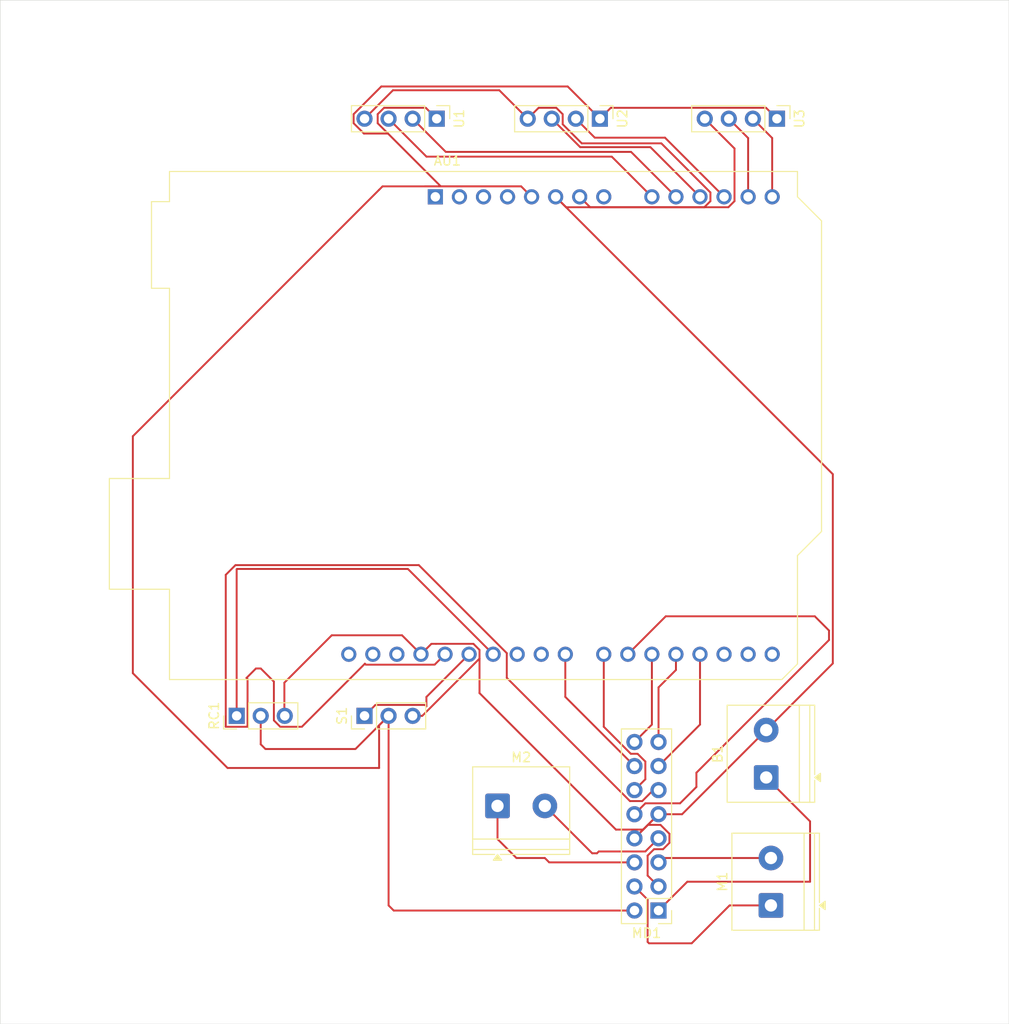
<source format=kicad_pcb>
(kicad_pcb (version 20241229) (generator "pcbnew") (generator_version "9.0")
  (title_block (title "SPIDER") (date "2026-01-09"))
  (layers (0 "F.Cu" signal) (2 "B.Cu" signal) (13 "F.Paste" user) (15 "B.Paste" user) (5 "F.SilkS" user "F.Silkscreen") (7 "B.SilkS" user "B.Silkscreen") (1 "F.Mask" user) (3 "B.Mask" user) (25 "Edge.Cuts" user))
  (net 0 "")
  (net 1 "GND")
  (net 4 "AIN2")
  (net 5 "AIN1")
  (net 7 "IR_DATA")
  (net 9 "BIN1")
  (net 13 "PWMA")
  (net 14 "V_BATT")
  (net 18 "BIN2")
  (net 19 "PWMB")
  (net 21 "MSTBY")
  (net 24 "SERVO_PWM")
  (net 25 "+5V")
  (net 26 "TRIG1")
  (net 27 "ECHO1")
  (net 28 "ECHO2")
  (net 29 "TRIG2")
  (net 30 "TRIG3")
  (net 31 "ECHO3")
  (net 32 "Net-(M1-Pin_1)")
  (net 33 "Net-(M1-Pin_2)")
  (net 34 "Net-(M2-Pin_2)")
  (net 35 "Net-(M2-Pin_1)")
  (footprint "TerminalBlock_Phoenix:TerminalBlock_Phoenix_PT-1,5-2-5.0-H_1x02_P5.00mm_Horizontal" (layer "F.Cu") (at 155.8675 118 90)
    (property "Reference" "B1" (at 2.5 -5.12 90) (layer "F.SilkS"))
    (property "Value" "Battery")
    (fp_line (start 7.62 -4.12) (end 7.62 5.12) (stroke (width 0.12)) (layer "F.SilkS"))
    (fp_line (start -2.62 -4.12) (end 7.62 -4.12) (stroke (width 0.12)) (layer "F.SilkS"))
    (fp_line (start -2.62 3.5) (end 7.62 3.5) (stroke (width 0.12)) (layer "F.SilkS"))
    (fp_line (start -2.62 4.6) (end 7.62 4.6) (stroke (width 0.12)) (layer "F.SilkS"))
    (fp_line (start 7.62 5.12) (end 0.3 5.12) (stroke (width 0.12)) (layer "F.SilkS"))
    (fp_line (start -0.3 5.12) (end -2.62 5.12) (stroke (width 0.12)) (layer "F.SilkS"))
    (fp_line (start -2.62 5.12) (end -2.62 -4.12) (stroke (width 0.12)) (layer "F.SilkS"))
    (fp_poly (pts (xy 0 5.12) (xy 0.44 5.73) (xy -0.44 5.73)) (stroke (width 0.12)) (fill yes) (layer "F.SilkS"))
    (pad "1" thru_hole roundrect (at 0 0 90) (size 2.6 2.6) (drill 1.3) (layers "*.Cu" "*.Mask") (roundrect_rratio 0.096154) (net 14 "V_BATT"))
    (pad "2" thru_hole circle (at 5 0 90) (size 2.6 2.6) (drill 1.3) (layers "*.Cu" "*.Mask") (net 1 "GND"))
  )
  (footprint "Connector_PinHeader_2.54mm:PinHeader_1x03_P2.54mm_Vertical" (layer "F.Cu") (at 99.96 111.5 90)
    (property "Reference" "RC1" (at 0 -2.38 90) (layer "F.SilkS"))
    (property "Value" "Remote Controller")
    (fp_line (start -1.38 -1.38) (end 0 -1.38) (stroke (width 0.12)) (layer "F.SilkS"))
    (fp_line (start -1.38 0) (end -1.38 -1.38) (stroke (width 0.12)) (layer "F.SilkS"))
    (fp_line (start 1.38 1.27) (end 1.38 6.46) (stroke (width 0.12)) (layer "F.SilkS"))
    (fp_line (start -1.38 1.27) (end 1.38 1.27) (stroke (width 0.12)) (layer "F.SilkS"))
    (fp_line (start -1.38 1.27) (end -1.38 6.46) (stroke (width 0.12)) (layer "F.SilkS"))
    (fp_line (start -1.38 6.46) (end 1.38 6.46) (stroke (width 0.12)) (layer "F.SilkS"))
    (pad "1" thru_hole rect (at 0 0 90) (size 1.7 1.7) (drill 1) (layers "*.Cu" "*.Mask") (net 7 "IR_DATA"))
    (pad "2" thru_hole circle (at 0 2.54 90) (size 1.7 1.7) (drill 1) (layers "*.Cu" "*.Mask") (net 25 "+5V"))
    (pad "3" thru_hole circle (at 0 5.08 90) (size 1.7 1.7) (drill 1) (layers "*.Cu" "*.Mask") (net 1 "GND"))
  )
  (footprint "TerminalBlock_Phoenix:TerminalBlock_Phoenix_PT-1,5-2-5.0-H_1x02_P5.00mm_Horizontal" (layer "F.Cu") (at 127.5 121)
    (property "Reference" "M2" (at 2.5 -5.12 0) (layer "F.SilkS"))
    (property "Value" "Motor")
    (fp_line (start -2.62 -4.12) (end 7.62 -4.12) (stroke (width 0.12)) (layer "F.SilkS"))
    (fp_line (start -2.62 3.5) (end 7.62 3.5) (stroke (width 0.12)) (layer "F.SilkS"))
    (fp_line (start -2.62 4.6) (end 7.62 4.6) (stroke (width 0.12)) (layer "F.SilkS"))
    (fp_line (start -2.62 5.12) (end -2.62 -4.12) (stroke (width 0.12)) (layer "F.SilkS"))
    (fp_line (start -0.3 5.12) (end -2.62 5.12) (stroke (width 0.12)) (layer "F.SilkS"))
    (fp_line (start 7.62 -4.12) (end 7.62 5.12) (stroke (width 0.12)) (layer "F.SilkS"))
    (fp_line (start 7.62 5.12) (end 0.3 5.12) (stroke (width 0.12)) (layer "F.SilkS"))
    (fp_poly (pts (xy 0 5.12) (xy 0.44 5.73) (xy -0.44 5.73)) (stroke (width 0.12)) (fill yes) (layer "F.SilkS"))
    (pad "1" thru_hole roundrect (at 0 0) (size 2.6 2.6) (drill 1.3) (layers "*.Cu" "*.Mask") (roundrect_rratio 0.096154) (net 35 "Net-(M2-Pin_1)"))
    (pad "2" thru_hole circle (at 5 0) (size 2.6 2.6) (drill 1.3) (layers "*.Cu" "*.Mask") (net 34 "Net-(M2-Pin_2)"))
  )
  (footprint "Connector_PinHeader_2.54mm:PinHeader_1x04_P2.54mm_Vertical" (layer "F.Cu") (at 138.31 48.5 -90)
    (property "Reference" "U2" (at 0 -2.38 90) (layer "F.SilkS"))
    (property "Value" "Ultrasonic Sensor (HC-SR04)")
    (fp_line (start -1.38 9) (end 1.38 9) (stroke (width 0.12)) (layer "F.SilkS"))
    (fp_line (start -1.38 1.27) (end -1.38 9) (stroke (width 0.12)) (layer "F.SilkS"))
    (fp_line (start -1.38 1.27) (end 1.38 1.27) (stroke (width 0.12)) (layer "F.SilkS"))
    (fp_line (start 1.38 1.27) (end 1.38 9) (stroke (width 0.12)) (layer "F.SilkS"))
    (fp_line (start -1.38 0) (end -1.38 -1.38) (stroke (width 0.12)) (layer "F.SilkS"))
    (fp_line (start -1.38 -1.38) (end 0 -1.38) (stroke (width 0.12)) (layer "F.SilkS"))
    (pad "1" thru_hole rect (at 0 0 270) (size 1.7 1.7) (drill 1) (layers "*.Cu" "*.Mask") (net 25 "+5V"))
    (pad "2" thru_hole circle (at 0 2.54 270) (size 1.7 1.7) (drill 1) (layers "*.Cu" "*.Mask") (net 29 "TRIG2"))
    (pad "3" thru_hole circle (at 0 5.08 270) (size 1.7 1.7) (drill 1) (layers "*.Cu" "*.Mask") (net 28 "ECHO2"))
    (pad "4" thru_hole circle (at 0 7.62 270) (size 1.7 1.7) (drill 1) (layers "*.Cu" "*.Mask") (net 1 "GND"))
  )
  (footprint "TerminalBlock_Phoenix:TerminalBlock_Phoenix_PT-1,5-2-5.0-H_1x02_P5.00mm_Horizontal" (layer "F.Cu") (at 156.3675 131.5 90)
    (property "Reference" "M1" (at 2.5 -5.12 90) (layer "F.SilkS"))
    (property "Value" "Motor")
    (fp_line (start 7.62 -4.12) (end 7.62 5.12) (stroke (width 0.12)) (layer "F.SilkS"))
    (fp_line (start -2.62 -4.12) (end 7.62 -4.12) (stroke (width 0.12)) (layer "F.SilkS"))
    (fp_line (start -2.62 3.5) (end 7.62 3.5) (stroke (width 0.12)) (layer "F.SilkS"))
    (fp_line (start -2.62 4.6) (end 7.62 4.6) (stroke (width 0.12)) (layer "F.SilkS"))
    (fp_line (start 7.62 5.12) (end 0.3 5.12) (stroke (width 0.12)) (layer "F.SilkS"))
    (fp_line (start -0.3 5.12) (end -2.62 5.12) (stroke (width 0.12)) (layer "F.SilkS"))
    (fp_line (start -2.62 5.12) (end -2.62 -4.12) (stroke (width 0.12)) (layer "F.SilkS"))
    (fp_poly (pts (xy 0 5.12) (xy 0.44 5.73) (xy -0.44 5.73)) (stroke (width 0.12)) (fill yes) (layer "F.SilkS"))
    (pad "1" thru_hole roundrect (at 0 0 90) (size 2.6 2.6) (drill 1.3) (layers "*.Cu" "*.Mask") (roundrect_rratio 0.096154) (net 32 "Net-(M1-Pin_1)"))
    (pad "2" thru_hole circle (at 5 0 90) (size 2.6 2.6) (drill 1.3) (layers "*.Cu" "*.Mask") (net 33 "Net-(M1-Pin_2)"))
  )
  (footprint "Module:Arduino_UNO_R3" (layer "F.Cu") (at 120.94 56.74)
    (property "Reference" "AU1" (at 1.27 -3.81 180) (layer "F.SilkS"))
    (property "Value" "Arduino_UNO_R3")
    (fp_line (start -34.42 29.72) (end -34.42 41.4) (stroke (width 0.12)) (layer "F.SilkS"))
    (fp_line (start -34.42 41.4) (end -28.07 41.4) (stroke (width 0.12)) (layer "F.SilkS"))
    (fp_line (start -29.97 0.51) (end -29.97 9.65) (stroke (width 0.12)) (layer "F.SilkS"))
    (fp_line (start -29.97 9.65) (end -28.07 9.65) (stroke (width 0.12)) (layer "F.SilkS"))
    (fp_line (start -28.07 -2.67) (end -28.07 0.51) (stroke (width 0.12)) (layer "F.SilkS"))
    (fp_line (start -28.07 0.51) (end -29.97 0.51) (stroke (width 0.12)) (layer "F.SilkS"))
    (fp_line (start -28.07 9.65) (end -28.07 29.72) (stroke (width 0.12)) (layer "F.SilkS"))
    (fp_line (start -28.07 29.72) (end -34.42 29.72) (stroke (width 0.12)) (layer "F.SilkS"))
    (fp_line (start -28.07 41.4) (end -28.07 50.93) (stroke (width 0.12)) (layer "F.SilkS"))
    (fp_line (start -28.07 50.93) (end 36.58 50.93) (stroke (width 0.12)) (layer "F.SilkS"))
    (fp_line (start 36.58 50.93) (end 38.23 49.28) (stroke (width 0.12)) (layer "F.SilkS"))
    (fp_line (start 38.23 -2.67) (end -28.07 -2.67) (stroke (width 0.12)) (layer "F.SilkS"))
    (fp_line (start 38.23 0) (end 38.23 -2.67) (stroke (width 0.12)) (layer "F.SilkS"))
    (fp_line (start 38.23 37.85) (end 40.77 35.31) (stroke (width 0.12)) (layer "F.SilkS"))
    (fp_line (start 38.23 49.28) (end 38.23 37.85) (stroke (width 0.12)) (layer "F.SilkS"))
    (fp_line (start 40.77 2.54) (end 38.23 0) (stroke (width 0.12)) (layer "F.SilkS"))
    (fp_line (start 40.77 35.31) (end 40.77 2.54) (stroke (width 0.12)) (layer "F.SilkS"))
    (pad "1" thru_hole rect (at 0 0 90) (size 1.6 1.6) (drill 1) (layers "*.Cu" "*.Mask"))
    (pad "2" thru_hole oval (at 2.54 0 90) (size 1.6 1.6) (drill 1) (layers "*.Cu" "*.Mask"))
    (pad "3" thru_hole oval (at 5.08 0 90) (size 1.6 1.6) (drill 1) (layers "*.Cu" "*.Mask"))
    (pad "4" thru_hole oval (at 7.62 0 90) (size 1.6 1.6) (drill 1) (layers "*.Cu" "*.Mask"))
    (pad "5" thru_hole oval (at 10.16 0 90) (size 1.6 1.6) (drill 1) (layers "*.Cu" "*.Mask") (net 25 "+5V"))
    (pad "6" thru_hole oval (at 12.7 0 90) (size 1.6 1.6) (drill 1) (layers "*.Cu" "*.Mask") (net 1 "GND"))
    (pad "7" thru_hole oval (at 15.24 0 90) (size 1.6 1.6) (drill 1) (layers "*.Cu" "*.Mask") (net 1 "GND"))
    (pad "8" thru_hole oval (at 17.78 0 90) (size 1.6 1.6) (drill 1) (layers "*.Cu" "*.Mask"))
    (pad "9" thru_hole oval (at 22.86 0 90) (size 1.6 1.6) (drill 1) (layers "*.Cu" "*.Mask") (net 27 "ECHO1"))
    (pad "10" thru_hole oval (at 25.4 0 90) (size 1.6 1.6) (drill 1) (layers "*.Cu" "*.Mask") (net 26 "TRIG1"))
    (pad "11" thru_hole oval (at 27.94 0 90) (size 1.6 1.6) (drill 1) (layers "*.Cu" "*.Mask") (net 28 "ECHO2"))
    (pad "12" thru_hole oval (at 30.48 0 90) (size 1.6 1.6) (drill 1) (layers "*.Cu" "*.Mask") (net 29 "TRIG2"))
    (pad "13" thru_hole oval (at 33.02 0 90) (size 1.6 1.6) (drill 1) (layers "*.Cu" "*.Mask") (net 31 "ECHO3"))
    (pad "14" thru_hole oval (at 35.56 0 90) (size 1.6 1.6) (drill 1) (layers "*.Cu" "*.Mask") (net 30 "TRIG3"))
    (pad "15" thru_hole oval (at 35.56 48.26 90) (size 1.6 1.6) (drill 1) (layers "*.Cu" "*.Mask"))
    (pad "16" thru_hole oval (at 33.02 48.26 90) (size 1.6 1.6) (drill 1) (layers "*.Cu" "*.Mask"))
    (pad "17" thru_hole oval (at 30.48 48.26 90) (size 1.6 1.6) (drill 1) (layers "*.Cu" "*.Mask"))
    (pad "18" thru_hole oval (at 27.94 48.26 90) (size 1.6 1.6) (drill 1) (layers "*.Cu" "*.Mask") (net 9 "BIN1"))
    (pad "19" thru_hole oval (at 25.4 48.26 90) (size 1.6 1.6) (drill 1) (layers "*.Cu" "*.Mask") (net 4 "AIN2"))
    (pad "20" thru_hole oval (at 22.86 48.26 90) (size 1.6 1.6) (drill 1) (layers "*.Cu" "*.Mask") (net 13 "PWMA"))
    (pad "21" thru_hole oval (at 20.32 48.26 90) (size 1.6 1.6) (drill 1) (layers "*.Cu" "*.Mask") (net 19 "PWMB"))
    (pad "22" thru_hole oval (at 17.78 48.26 90) (size 1.6 1.6) (drill 1) (layers "*.Cu" "*.Mask") (net 21 "MSTBY"))
    (pad "23" thru_hole oval (at 13.72 48.26 90) (size 1.6 1.6) (drill 1) (layers "*.Cu" "*.Mask") (net 5 "AIN1"))
    (pad "24" thru_hole oval (at 11.18 48.26 90) (size 1.6 1.6) (drill 1) (layers "*.Cu" "*.Mask"))
    (pad "25" thru_hole oval (at 8.64 48.26 90) (size 1.6 1.6) (drill 1) (layers "*.Cu" "*.Mask"))
    (pad "26" thru_hole oval (at 6.1 48.26 90) (size 1.6 1.6) (drill 1) (layers "*.Cu" "*.Mask") (net 7 "IR_DATA"))
    (pad "27" thru_hole oval (at 3.56 48.26 90) (size 1.6 1.6) (drill 1) (layers "*.Cu" "*.Mask") (net 24 "SERVO_PWM"))
    (pad "28" thru_hole oval (at 1.02 48.26 90) (size 1.6 1.6) (drill 1) (layers "*.Cu" "*.Mask") (net 18 "BIN2"))
    (pad "29" thru_hole oval (at -1.52 48.26 90) (size 1.6 1.6) (drill 1) (layers "*.Cu" "*.Mask") (net 1 "GND"))
    (pad "30" thru_hole oval (at -4.06 48.26 90) (size 1.6 1.6) (drill 1) (layers "*.Cu" "*.Mask"))
    (pad "31" thru_hole oval (at -6.6 48.26 90) (size 1.6 1.6) (drill 1) (layers "*.Cu" "*.Mask"))
    (pad "32" thru_hole oval (at -9.14 48.26 90) (size 1.6 1.6) (drill 1) (layers "*.Cu" "*.Mask"))
  )
  (footprint "Connector_PinHeader_2.54mm:PinHeader_1x03_P2.54mm_Vertical" (layer "F.Cu") (at 113.46 111.5 90)
    (property "Reference" "S1" (at 0 -2.38 90) (layer "F.SilkS"))
    (property "Value" "Servomotor")
    (fp_line (start -1.38 -1.38) (end 0 -1.38) (stroke (width 0.12)) (layer "F.SilkS"))
    (fp_line (start -1.38 0) (end -1.38 -1.38) (stroke (width 0.12)) (layer "F.SilkS"))
    (fp_line (start 1.38 1.27) (end 1.38 6.46) (stroke (width 0.12)) (layer "F.SilkS"))
    (fp_line (start -1.38 1.27) (end 1.38 1.27) (stroke (width 0.12)) (layer "F.SilkS"))
    (fp_line (start -1.38 1.27) (end -1.38 6.46) (stroke (width 0.12)) (layer "F.SilkS"))
    (fp_line (start -1.38 6.46) (end 1.38 6.46) (stroke (width 0.12)) (layer "F.SilkS"))
    (pad "1" thru_hole rect (at 0 0 90) (size 1.7 1.7) (drill 1) (layers "*.Cu" "*.Mask") (net 24 "SERVO_PWM"))
    (pad "2" thru_hole circle (at 0 2.54 90) (size 1.7 1.7) (drill 1) (layers "*.Cu" "*.Mask") (net 25 "+5V"))
    (pad "3" thru_hole circle (at 0 5.08 90) (size 1.7 1.7) (drill 1) (layers "*.Cu" "*.Mask") (net 1 "GND"))
  )
  (footprint "Connector_PinHeader_2.54mm:PinHeader_2x08_P2.54mm_Vertical" (layer "F.Cu") (at 144.5 132.04 180)
    (property "Reference" "MD1" (at 1.27 -2.38 0) (layer "F.SilkS"))
    (property "Value" "Motor Driver (TB6612FNG)")
    (fp_line (start 3.92 -1.38) (end 3.92 19.16) (stroke (width 0.12)) (layer "F.SilkS"))
    (fp_line (start 1.27 1.27) (end 1.27 -1.38) (stroke (width 0.12)) (layer "F.SilkS"))
    (fp_line (start 1.27 -1.38) (end 3.92 -1.38) (stroke (width 0.12)) (layer "F.SilkS"))
    (fp_line (start -1.38 19.16) (end 3.92 19.16) (stroke (width 0.12)) (layer "F.SilkS"))
    (fp_line (start -1.38 1.27) (end 1.27 1.27) (stroke (width 0.12)) (layer "F.SilkS"))
    (fp_line (start -1.38 1.27) (end -1.38 19.16) (stroke (width 0.12)) (layer "F.SilkS"))
    (fp_line (start -1.38 0) (end -1.38 -1.38) (stroke (width 0.12)) (layer "F.SilkS"))
    (fp_line (start -1.38 -1.38) (end 0 -1.38) (stroke (width 0.12)) (layer "F.SilkS"))
    (pad "1" thru_hole rect (at 0 0 180) (size 1.7 1.7) (drill 1) (layers "*.Cu" "*.Mask") (net 14 "V_BATT"))
    (pad "2" thru_hole circle (at 2.54 0 180) (size 1.7 1.7) (drill 1) (layers "*.Cu" "*.Mask") (net 25 "+5V"))
    (pad "3" thru_hole circle (at 0 2.54 180) (size 1.7 1.7) (drill 1) (layers "*.Cu" "*.Mask") (net 1 "GND"))
    (pad "4" thru_hole circle (at 2.54 2.54 180) (size 1.7 1.7) (drill 1) (layers "*.Cu" "*.Mask") (net 32 "Net-(M1-Pin_1)"))
    (pad "5" thru_hole circle (at 0 5.08 180) (size 1.7 1.7) (drill 1) (layers "*.Cu" "*.Mask") (net 33 "Net-(M1-Pin_2)"))
    (pad "6" thru_hole circle (at 2.54 5.08 180) (size 1.7 1.7) (drill 1) (layers "*.Cu" "*.Mask") (net 35 "Net-(M2-Pin_1)"))
    (pad "7" thru_hole circle (at 0 7.62 180) (size 1.7 1.7) (drill 1) (layers "*.Cu" "*.Mask") (net 34 "Net-(M2-Pin_2)"))
    (pad "8" thru_hole circle (at 2.54 7.62 180) (size 1.7 1.7) (drill 1) (layers "*.Cu" "*.Mask") (net 1 "GND"))
    (pad "9" thru_hole circle (at 0 10.16 180) (size 1.7 1.7) (drill 1) (layers "*.Cu" "*.Mask") (net 1 "GND"))
    (pad "10" thru_hole circle (at 2.54 10.16 180) (size 1.7 1.7) (drill 1) (layers "*.Cu" "*.Mask") (net 19 "PWMB"))
    (pad "11" thru_hole circle (at 0 12.7 180) (size 1.7 1.7) (drill 1) (layers "*.Cu" "*.Mask") (net 18 "BIN2"))
    (pad "12" thru_hole circle (at 2.54 12.7 180) (size 1.7 1.7) (drill 1) (layers "*.Cu" "*.Mask") (net 21 "MSTBY"))
    (pad "13" thru_hole circle (at 0 15.24 180) (size 1.7 1.7) (drill 1) (layers "*.Cu" "*.Mask") (net 9 "BIN1"))
    (pad "14" thru_hole circle (at 2.54 15.24 180) (size 1.7 1.7) (drill 1) (layers "*.Cu" "*.Mask") (net 5 "AIN1"))
    (pad "15" thru_hole circle (at 0 17.78 180) (size 1.7 1.7) (drill 1) (layers "*.Cu" "*.Mask") (net 4 "AIN2"))
    (pad "16" thru_hole circle (at 2.54 17.78 180) (size 1.7 1.7) (drill 1) (layers "*.Cu" "*.Mask") (net 13 "PWMA"))
  )
  (footprint "Connector_PinHeader_2.54mm:PinHeader_1x04_P2.54mm_Vertical" (layer "F.Cu") (at 157 48.5 -90)
    (property "Reference" "U3" (at 0 -2.38 90) (layer "F.SilkS"))
    (property "Value" "Ultrasonic Sensor (HC-SR04)")
    (fp_line (start -1.38 9) (end 1.38 9) (stroke (width 0.12)) (layer "F.SilkS"))
    (fp_line (start -1.38 1.27) (end -1.38 9) (stroke (width 0.12)) (layer "F.SilkS"))
    (fp_line (start -1.38 1.27) (end 1.38 1.27) (stroke (width 0.12)) (layer "F.SilkS"))
    (fp_line (start 1.38 1.27) (end 1.38 9) (stroke (width 0.12)) (layer "F.SilkS"))
    (fp_line (start -1.38 0) (end -1.38 -1.38) (stroke (width 0.12)) (layer "F.SilkS"))
    (fp_line (start -1.38 -1.38) (end 0 -1.38) (stroke (width 0.12)) (layer "F.SilkS"))
    (pad "1" thru_hole rect (at 0 0 270) (size 1.7 1.7) (drill 1) (layers "*.Cu" "*.Mask") (net 25 "+5V"))
    (pad "2" thru_hole circle (at 0 2.54 270) (size 1.7 1.7) (drill 1) (layers "*.Cu" "*.Mask") (net 30 "TRIG3"))
    (pad "3" thru_hole circle (at 0 5.08 270) (size 1.7 1.7) (drill 1) (layers "*.Cu" "*.Mask") (net 31 "ECHO3"))
    (pad "4" thru_hole circle (at 0 7.62 270) (size 1.7 1.7) (drill 1) (layers "*.Cu" "*.Mask") (net 1 "GND"))
  )
  (footprint "Connector_PinHeader_2.54mm:PinHeader_1x04_P2.54mm_Vertical" (layer "F.Cu") (at 121.08 48.5 -90)
    (property "Reference" "U1" (at 0 -2.38 90) (layer "F.SilkS"))
    (property "Value" "Ultrasonic Sensor (HC-SR04)")
    (fp_line (start -1.38 9) (end 1.38 9) (stroke (width 0.12)) (layer "F.SilkS"))
    (fp_line (start -1.38 1.27) (end -1.38 9) (stroke (width 0.12)) (layer "F.SilkS"))
    (fp_line (start -1.38 1.27) (end 1.38 1.27) (stroke (width 0.12)) (layer "F.SilkS"))
    (fp_line (start 1.38 1.27) (end 1.38 9) (stroke (width 0.12)) (layer "F.SilkS"))
    (fp_line (start -1.38 0) (end -1.38 -1.38) (stroke (width 0.12)) (layer "F.SilkS"))
    (fp_line (start -1.38 -1.38) (end 0 -1.38) (stroke (width 0.12)) (layer "F.SilkS"))
    (pad "1" thru_hole rect (at 0 0 270) (size 1.7 1.7) (drill 1) (layers "*.Cu" "*.Mask") (net 25 "+5V"))
    (pad "2" thru_hole circle (at 0 2.54 270) (size 1.7 1.7) (drill 1) (layers "*.Cu" "*.Mask") (net 26 "TRIG1"))
    (pad "3" thru_hole circle (at 0 5.08 270) (size 1.7 1.7) (drill 1) (layers "*.Cu" "*.Mask") (net 27 "ECHO1"))
    (pad "4" thru_hole circle (at 0 7.62 270) (size 1.7 1.7) (drill 1) (layers "*.Cu" "*.Mask") (net 1 "GND"))
  )
  (gr_rect (start 75 36) (end 181.5 144) (stroke (width 0.05)) (fill no) (layer "Edge.Cuts"))
  (segment (start 144.5 121.88) (end 142.88 123.5) (width 0.2) (layer "F.Cu") (net 1))
  (segment (start 130.69 48.5) (end 131.841 47.349) (width 0.2) (layer "F.Cu") (net 1))
  (segment (start 105 111.46) (end 105 108) (width 0.2) (layer "F.Cu") (net 1))
  (segment (start 116.46 45.5) (end 127.69 45.5) (width 0.2) (layer "F.Cu") (net 1))
  (segment (start 143.349 128.349) (end 143.349 126.24524) (width 0.2) (layer "F.Cu") (net 1))
  (segment (start 162.901 105.9665) (end 162.901 86.001) (width 0.2) (layer "F.Cu") (net 1))
  (segment (start 149.38 48.5) (end 152.521 51.641) (width 0.2) (layer "F.Cu") (net 1))
  (segment (start 127.69 45.5) (end 130.69 48.5) (width 0.2) (layer "F.Cu") (net 1))
  (segment (start 136.3961 51.099) (end 144.79605 51.099) (width 0.2) (layer "F.Cu") (net 1))
  (segment (start 144.5 129.5) (end 143.349 128.349) (width 0.2) (layer "F.Cu") (net 1))
  (segment (start 144.79605 51.099) (end 149.981 56.28395) (width 0.2) (layer "F.Cu") (net 1))
  (segment (start 117.42 103) (end 119.42 105) (width 0.2) (layer "F.Cu") (net 1))
  (segment (start 110 103) (end 117.42 103) (width 0.2) (layer "F.Cu") (net 1))
  (segment (start 143.38 123) (end 141.96 124.42) (width 0.2) (layer "F.Cu") (net 1))
  (segment (start 141.96 124.42) (end 144.5 121.88) (width 0.2) (layer "F.Cu") (net 1))
  (segment (start 149.33605 57.841) (end 134.741 57.841) (width 0.2) (layer "F.Cu") (net 1))
  (segment (start 121 103.899) (end 120.521 103.899) (width 0.2) (layer "F.Cu") (net 1))
  (segment (start 152.521 51.641) (end 152.521 57.19605) (width 0.2) (layer "F.Cu") (net 1))
  (segment (start 152.521 57.19605) (end 151.87605 57.841) (width 0.2) (layer "F.Cu") (net 1))
  (segment (start 113.46 48.5) (end 116.46 45.5) (width 0.2) (layer "F.Cu") (net 1))
  (segment (start 162.901 86.001) (end 133.64 56.74) (width 0.2) (layer "F.Cu") (net 1))
  (segment (start 118.54 111.5) (end 119.55705 111.5) (width 0.2) (layer "F.Cu") (net 1))
  (segment (start 145.651 124.89676) (end 145.651 123.94324) (width 0.2) (layer "F.Cu") (net 1))
  (segment (start 143.349 126.24524) (end 144.02324 125.571) (width 0.2) (layer "F.Cu") (net 1))
  (segment (start 105 108) (end 110 103) (width 0.2) (layer "F.Cu") (net 1))
  (segment (start 134.381 49.0839) (end 136.3961 51.099) (width 0.2) (layer "F.Cu") (net 1))
  (segment (start 144.97676 125.571) (end 145.651 124.89676) (width 0.2) (layer "F.Cu") (net 1))
  (segment (start 149.981 56.28395) (end 149.981 57.19605) (width 0.2) (layer "F.Cu") (net 1))
  (segment (start 151.87605 57.841) (end 137.281 57.841) (width 0.2) (layer "F.Cu") (net 1))
  (segment (start 137.281 57.841) (end 136.18 56.74) (width 0.2) (layer "F.Cu") (net 1))
  (segment (start 131.841 47.349) (end 133.70676 47.349) (width 0.2) (layer "F.Cu") (net 1))
  (segment (start 105.04 111.5) (end 105 111.46) (width 0.2) (layer "F.Cu") (net 1))
  (segment (start 144.70776 123) (end 143.38 123) (width 0.2) (layer "F.Cu") (net 1))
  (segment (start 119.55705 111.5) (end 125.601 105.45605) (width 0.2) (layer "F.Cu") (net 1))
  (segment (start 124.95605 103.899) (end 121 103.899) (width 0.2) (layer "F.Cu") (net 1))
  (segment (start 155.8675 113) (end 162.901 105.9665) (width 0.2) (layer "F.Cu") (net 1))
  (segment (start 125.601 109.101) (end 125.601 105.45605) (width 0.2) (layer "F.Cu") (net 1))
  (segment (start 125.601 104.54395) (end 124.95605 103.899) (width 0.2) (layer "F.Cu") (net 1))
  (segment (start 134.381 48.02324) (end 134.381 49.0839) (width 0.2) (layer "F.Cu") (net 1))
  (segment (start 119.42 105) (end 120.521 103.899) (width 0.2) (layer "F.Cu") (net 1))
  (segment (start 149.981 57.19605) (end 149.33605 57.841) (width 0.2) (layer "F.Cu") (net 1))
  (segment (start 145.651 123.94324) (end 144.70776 123) (width 0.2) (layer "F.Cu") (net 1))
  (segment (start 144.5 121.88) (end 146.9875 121.88) (width 0.2) (layer "F.Cu") (net 1))
  (segment (start 142.88 123.5) (end 140 123.5) (width 0.2) (layer "F.Cu") (net 1))
  (segment (start 144.02324 125.571) (end 144.97676 125.571) (width 0.2) (layer "F.Cu") (net 1))
  (segment (start 140 123.5) (end 125.601 109.101) (width 0.2) (layer "F.Cu") (net 1))
  (segment (start 146.9875 121.88) (end 155.8675 113) (width 0.2) (layer "F.Cu") (net 1))
  (segment (start 144.5 121.88) (end 144.88 121.88) (width 0.2) (layer "F.Cu") (net 1))
  (segment (start 134.741 57.841) (end 133.64 56.74) (width 0.2) (layer "F.Cu") (net 1))
  (segment (start 125.601 105.45605) (end 125.601 104.54395) (width 0.2) (layer "F.Cu") (net 1))
  (segment (start 133.70676 47.349) (end 134.381 48.02324) (width 0.2) (layer "F.Cu") (net 1))
  (segment (start 144.5 114.26) (end 144.5 108.5) (width 0.2) (layer "F.Cu") (net 4))
  (segment (start 144.5 108.5) (end 146.34 106.66) (width 0.2) (layer "F.Cu") (net 4))
  (segment (start 146.34 106.66) (end 146.34 105) (width 0.2) (layer "F.Cu") (net 4))
  (segment (start 134.66 109.5) (end 134.66 105) (width 0.2) (layer "F.Cu") (net 5))
  (segment (start 141.96 116.8) (end 134.66 109.5) (width 0.2) (layer "F.Cu") (net 5))
  (segment (start 99.96 96.04) (end 100 96) (width 0.2) (layer "F.Cu") (net 7))
  (segment (start 100 96) (end 118.04 96) (width 0.2) (layer "F.Cu") (net 7))
  (segment (start 99.96 111.5) (end 99.96 96.04) (width 0.2) (layer "F.Cu") (net 7))
  (segment (start 118.04 96) (end 127.04 105) (width 0.2) (layer "F.Cu") (net 7))
  (segment (start 148.88 112.42) (end 148.88 105) (width 0.2) (layer "F.Cu") (net 9))
  (segment (start 144.5 116.8) (end 148.88 112.42) (width 0.2) (layer "F.Cu") (net 9))
  (segment (start 141.96 114.26) (end 143.8 112.42) (width 0.2) (layer "F.Cu") (net 13))
  (segment (start 143.8 112.42) (end 143.8 105) (width 0.2) (layer "F.Cu") (net 13))
  (segment (start 160.5 129) (end 160.5 122.6325) (width 0.2) (layer "F.Cu") (net 14))
  (segment (start 147.54 129) (end 160.5 129) (width 0.2) (layer "F.Cu") (net 14))
  (segment (start 144.5 132.04) (end 147.54 129) (width 0.2) (layer "F.Cu") (net 14))
  (segment (start 160.5 122.6325) (end 155.8675 118) (width 0.2) (layer "F.Cu") (net 14))
  (segment (start 106.849 112.651) (end 113.5 106) (width 0.2) (layer "F.Cu") (net 18))
  (segment (start 104.56324 112.651) (end 106.849 112.651) (width 0.2) (layer "F.Cu") (net 18))
  (segment (start 98.809 96.6239) (end 98.809 112.651) (width 0.2) (layer "F.Cu") (net 18))
  (segment (start 144.5 119.34) (end 143.9329 119.34) (width 0.2) (layer "F.Cu") (net 18))
  (segment (start 102 106.5) (end 102.5 106.5) (width 0.2) (layer "F.Cu") (net 18))
  (segment (start 101.111 112.651) (end 101.111 112.5) (width 0.2) (layer "F.Cu") (net 18))
  (segment (start 128.479 104.88195) (end 119.19605 95.599) (width 0.2) (layer "F.Cu") (net 18))
  (segment (start 102.5 106.5) (end 103.889 107.889) (width 0.2) (layer "F.Cu") (net 18))
  (segment (start 103.889 107.889) (end 103.889 111.97676) (width 0.2) (layer "F.Cu") (net 18))
  (segment (start 143.9329 119.34) (end 142.7819 120.491) (width 0.2) (layer "F.Cu") (net 18))
  (segment (start 113.5 106) (end 113.601 106.101) (width 0.2) (layer "F.Cu") (net 18))
  (segment (start 103.889 111.97676) (end 104.56324 112.651) (width 0.2) (layer "F.Cu") (net 18))
  (segment (start 98.809 112.651) (end 101.111 112.651) (width 0.2) (layer "F.Cu") (net 18))
  (segment (start 101.111 112.5) (end 101.111 107.611) (width 0.2) (layer "F.Cu") (net 18))
  (segment (start 128.479 107.48676) (end 128.479 104.88195) (width 0.2) (layer "F.Cu") (net 18))
  (segment (start 120.859 106.101) (end 121.96 105) (width 0.2) (layer "F.Cu") (net 18))
  (segment (start 142.7819 120.491) (end 141.48324 120.491) (width 0.2) (layer "F.Cu") (net 18))
  (segment (start 101.111 107.611) (end 101 107.5) (width 0.2) (layer "F.Cu") (net 18))
  (segment (start 99.8339 95.599) (end 98.809 96.6239) (width 0.2) (layer "F.Cu") (net 18))
  (segment (start 113.601 106.101) (end 120.859 106.101) (width 0.2) (layer "F.Cu") (net 18))
  (segment (start 119.19605 95.599) (end 99.8339 95.599) (width 0.2) (layer "F.Cu") (net 18))
  (segment (start 141.48324 120.491) (end 128.479 107.48676) (width 0.2) (layer "F.Cu") (net 18))
  (segment (start 101 107.5) (end 102 106.5) (width 0.2) (layer "F.Cu") (net 18))
  (segment (start 146.771 120.729) (end 148.5 119) (width 0.2) (layer "F.Cu") (net 19))
  (segment (start 161 101) (end 145.26 101) (width 0.2) (layer "F.Cu") (net 19))
  (segment (start 145.26 101) (end 141.26 105) (width 0.2) (layer "F.Cu") (net 19))
  (segment (start 148.5 117.5) (end 162.5 103.5) (width 0.2) (layer "F.Cu") (net 19))
  (segment (start 162.5 102.5) (end 161 101) (width 0.2) (layer "F.Cu") (net 19))
  (segment (start 148.5 119) (end 148.5 117.5) (width 0.2) (layer "F.Cu") (net 19))
  (segment (start 143.111 120.729) (end 146.771 120.729) (width 0.2) (layer "F.Cu") (net 19))
  (segment (start 141.96 121.88) (end 143.111 120.729) (width 0.2) (layer "F.Cu") (net 19))
  (segment (start 162.5 103.5) (end 162.5 102.5) (width 0.2) (layer "F.Cu") (net 19))
  (segment (start 141.96 119.34) (end 143.111 118.189) (width 0.2) (layer "F.Cu") (net 21))
  (segment (start 138.72 112.64776) (end 138.72 105) (width 0.2) (layer "F.Cu") (net 21))
  (segment (start 142.28776 115.5) (end 141.57224 115.5) (width 0.2) (layer "F.Cu") (net 21))
  (segment (start 143.111 116.32324) (end 142.28776 115.5) (width 0.2) (layer "F.Cu") (net 21))
  (segment (start 143.111 118.189) (end 143.111 116.32324) (width 0.2) (layer "F.Cu") (net 21))
  (segment (start 141.57224 115.5) (end 138.72 112.64776) (width 0.2) (layer "F.Cu") (net 21))
  (segment (start 119.994975 110.494975) (end 119.994975 109.505025) (width 0.2) (layer "F.Cu") (net 24))
  (segment (start 113.46 111.5) (end 114.611 110.349) (width 0.2) (layer "F.Cu") (net 24))
  (segment (start 114.611 110.349) (end 119.849 110.349) (width 0.2) (layer "F.Cu") (net 24))
  (segment (start 124.5 105) (end 124.5 104.5) (width 0.2) (layer "F.Cu") (net 24))
  (segment (start 119.994975 109.505025) (end 124.5 105) (width 0.2) (layer "F.Cu") (net 24))
  (segment (start 119.849 110.349) (end 119.994975 110.494975) (width 0.2) (layer "F.Cu") (net 24))
  (segment (start 115.361 55.639) (end 129.999 55.639) (width 0.2) (layer "F.Cu") (net 25))
  (segment (start 115 112.5) (end 115 117) (width 0.2) (layer "F.Cu") (net 25))
  (segment (start 139.461 47.349) (end 155.849 47.349) (width 0.2) (layer "F.Cu") (net 25))
  (segment (start 113.39612 50.06388) (end 112.309 48.97676) (width 0.2) (layer "F.Cu") (net 25))
  (segment (start 112.309 48.02324) (end 115.23324 45.099) (width 0.2) (layer "F.Cu") (net 25))
  (segment (start 129.999 55.639) (end 131.1 56.74) (width 0.2) (layer "F.Cu") (net 25))
  (segment (start 119.839 55.639) (end 121.51124 55.639) (width 0.2) (layer "F.Cu") (net 25))
  (segment (start 112.309 48.97676) (end 112.309 48.02324) (width 0.2) (layer "F.Cu") (net 25))
  (segment (start 138.31 48.5) (end 139.461 47.349) (width 0.2) (layer "F.Cu") (net 25))
  (segment (start 121.08 48.5) (end 119.929 47.349) (width 0.2) (layer "F.Cu") (net 25))
  (segment (start 114.849 48.97676) (end 115.93612 50.06388) (width 0.2) (layer "F.Cu") (net 25))
  (segment (start 112.5 115) (end 116 111.5) (width 0.2) (layer "F.Cu") (net 25))
  (segment (start 155.849 47.349) (end 157 48.5) (width 0.2) (layer "F.Cu") (net 25))
  (segment (start 102.5 114.5) (end 103 115) (width 0.2) (layer "F.Cu") (net 25))
  (segment (start 115.52324 47.349) (end 114.849 48.02324) (width 0.2) (layer "F.Cu") (net 25))
  (segment (start 99 117) (end 89 107) (width 0.2) (layer "F.Cu") (net 25))
  (segment (start 89 82) (end 115 56) (width 0.2) (layer "F.Cu") (net 25))
  (segment (start 115.93612 50.06388) (end 113.39612 50.06388) (width 0.2) (layer "F.Cu") (net 25))
  (segment (start 116 111.5) (end 116 131.5) (width 0.2) (layer "F.Cu") (net 25))
  (segment (start 134.909 45.099) (end 138.31 48.5) (width 0.2) (layer "F.Cu") (net 25))
  (segment (start 116 111.5) (end 115 112.5) (width 0.2) (layer "F.Cu") (net 25))
  (segment (start 115 56) (end 115.361 55.639) (width 0.2) (layer "F.Cu") (net 25))
  (segment (start 116.54 132.04) (end 141.96 132.04) (width 0.2) (layer "F.Cu") (net 25))
  (segment (start 115.93612 50.06388) (end 121.51124 55.639) (width 0.2) (layer "F.Cu") (net 25))
  (segment (start 89 107) (end 89 82) (width 0.2) (layer "F.Cu") (net 25))
  (segment (start 115 117) (end 99 117) (width 0.2) (layer "F.Cu") (net 25))
  (segment (start 102.5 111.5) (end 102.5 114.5) (width 0.2) (layer "F.Cu") (net 25))
  (segment (start 116 131.5) (end 116.54 132.04) (width 0.2) (layer "F.Cu") (net 25))
  (segment (start 121.51124 55.639) (end 129.999 55.639) (width 0.2) (layer "F.Cu") (net 25))
  (segment (start 119.929 47.349) (end 115.52324 47.349) (width 0.2) (layer "F.Cu") (net 25))
  (segment (start 115.23324 45.099) (end 134.909 45.099) (width 0.2) (layer "F.Cu") (net 25))
  (segment (start 103 115) (end 112.5 115) (width 0.2) (layer "F.Cu") (net 25))
  (segment (start 114.849 48.02324) (end 114.849 48.97676) (width 0.2) (layer "F.Cu") (net 25))
  (segment (start 122.04 52) (end 141.6 52) (width 0.2) (layer "F.Cu") (net 26))
  (segment (start 141.6 52) (end 146.34 56.74) (width 0.2) (layer "F.Cu") (net 26))
  (segment (start 118.54 48.5) (end 122.04 52) (width 0.2) (layer "F.Cu") (net 26))
  (segment (start 116 48.5) (end 120 52.5) (width 0.2) (layer "F.Cu") (net 27))
  (segment (start 120 52.5) (end 139.56 52.5) (width 0.2) (layer "F.Cu") (net 27))
  (segment (start 139.56 52.5) (end 143.8 56.74) (width 0.2) (layer "F.Cu") (net 27))
  (segment (start 136.23 51.5) (end 143.64 51.5) (width 0.2) (layer "F.Cu") (net 28))
  (segment (start 133.23 48.5) (end 136.23 51.5) (width 0.2) (layer "F.Cu") (net 28))
  (segment (start 143.64 51.5) (end 148.88 56.74) (width 0.2) (layer "F.Cu") (net 28))
  (segment (start 135.77 48.5) (end 137.77 50.5) (width 0.2) (layer "F.Cu") (net 29))
  (segment (start 145.18 50.5) (end 151.42 56.74) (width 0.2) (layer "F.Cu") (net 29))
  (segment (start 137.77 50.5) (end 145.18 50.5) (width 0.2) (layer "F.Cu") (net 29))
  (segment (start 156.5 50.54) (end 156.5 56.74) (width 0.2) (layer "F.Cu") (net 30))
  (segment (start 154.46 48.5) (end 156.5 50.54) (width 0.2) (layer "F.Cu") (net 30))
  (segment (start 151.92 48.5) (end 153.96 50.54) (width 0.2) (layer "F.Cu") (net 31))
  (segment (start 153.96 50.54) (end 153.96 56.74) (width 0.2) (layer "F.Cu") (net 31))
  (segment (start 148 135.5) (end 152 131.5) (width 0.2) (layer "F.Cu") (net 32))
  (segment (start 152 131.5) (end 156.3675 131.5) (width 0.2) (layer "F.Cu") (net 32))
  (segment (start 143.349 135.349) (end 143.5 135.5) (width 0.2) (layer "F.Cu") (net 32))
  (segment (start 143.349 130.889) (end 143.349 135.349) (width 0.2) (layer "F.Cu") (net 32))
  (segment (start 143.5 135.5) (end 148 135.5) (width 0.2) (layer "F.Cu") (net 32))
  (segment (start 141.96 129.5) (end 143.349 130.889) (width 0.2) (layer "F.Cu") (net 32))
  (segment (start 156.3675 126.5) (end 144.96 126.5) (width 0.2) (layer "F.Cu") (net 33))
  (segment (start 144.96 126.5) (end 144.5 126.96) (width 0.2) (layer "F.Cu") (net 33))
  (segment (start 132.5 121) (end 137.5 126) (width 0.2) (layer "F.Cu") (net 34))
  (segment (start 138.191 125.809) (end 143.111 125.809) (width 0.2) (layer "F.Cu") (net 34))
  (segment (start 138 126) (end 138.191 125.809) (width 0.2) (layer "F.Cu") (net 34))
  (segment (start 143.111 125.809) (end 144.5 124.42) (width 0.2) (layer "F.Cu") (net 34))
  (segment (start 137.5 126) (end 138 126) (width 0.2) (layer "F.Cu") (net 34))
  (segment (start 132.5 126.5) (end 132.96 126.96) (width 0.2) (layer "F.Cu") (net 35))
  (segment (start 127.5 124.5) (end 129.5 126.5) (width 0.2) (layer "F.Cu") (net 35))
  (segment (start 127.5 121) (end 127.5 124.5) (width 0.2) (layer "F.Cu") (net 35))
  (segment (start 132.96 126.96) (end 141.96 126.96) (width 0.2) (layer "F.Cu") (net 35))
  (segment (start 129.5 126.5) (end 132.5 126.5) (width 0.2) (layer "F.Cu") (net 35))
)
</source>
